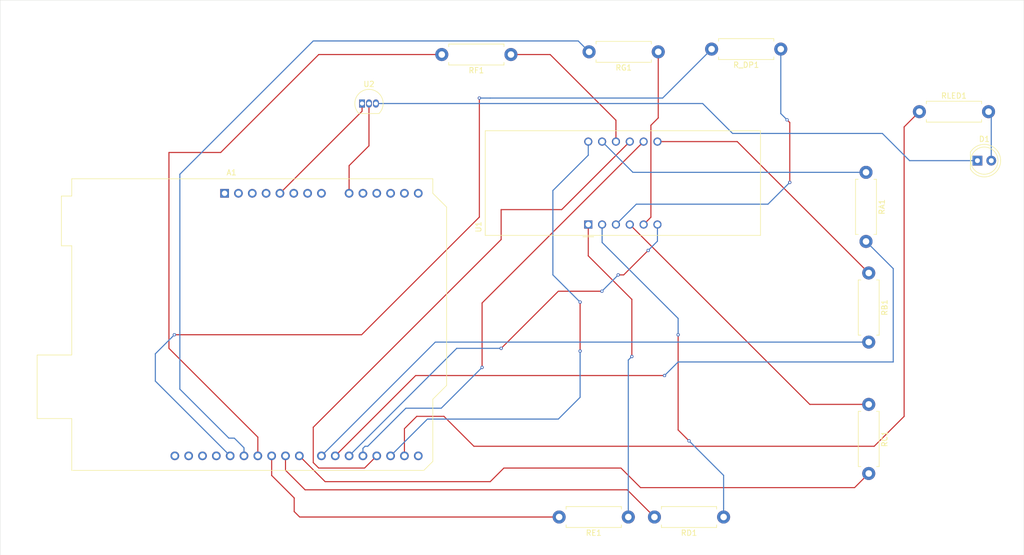
<source format=kicad_pcb>
(kicad_pcb (version 20241229) (generator "pcbnew") (generator_version "9.0")
  (layers (0 "F.Cu" signal) (2 "B.Cu" signal) (13 "F.Paste" user) (15 "B.Paste" user) (5 "F.SilkS" user "F.Silkscreen") (7 "B.SilkS" user "B.Silkscreen") (1 "F.Mask" user) (3 "B.Mask" user) (25 "Edge.Cuts" user))
  (net 0 "")
  (net 2 "Net-(A1-D7)")
  (net 3 "DIG4")
  (net 5 "CONTROL_OUT")
  (net 8 "Net-(A1-D12)")
  (net 9 "V_MESURE")
  (net 12 "Net-(A1-D8)")
  (net 13 "VS")
  (net 17 "DIG2")
  (net 19 "Net-(A1-D13)")
  (net 23 "Net-(A1-D11)")
  (net 24 "Net-(A1-D10)")
  (net 26 "DIG1")
  (net 27 "DIG3")
  (net 28 "Net-(A1-D9)")
  (net 31 "Net-(A1-D6)")
  (net 33 "Net-(D1-A)")
  (net 34 "GND")
  (net 35 "Net-(U1-a)")
  (net 36 "Net-(U1-b)")
  (net 37 "Net-(U1-c)")
  (net 38 "Net-(U1-d)")
  (net 39 "Net-(U1-e)")
  (net 40 "Net-(U1-f)")
  (net 41 "Net-(U1-g)")
  (net 42 "Net-(U1-DPX)")
  (footprint "Resistor_THT:R_Axial_DIN0411_L9.9mm_D3.6mm_P12.70mm_Horizontal" (layer "F.Cu") (at 147.85 129.5 180)
    (property "Reference" "RE1" (at 6.35 -2.92 0) (layer "F.SilkS"))
    (property "Value" "220")
    (fp_line (start 11.42 1.92) (end 11.42 1.44) (stroke (width 0.12)) (layer "F.SilkS"))
    (fp_line (start 11.42 -1.92) (end 11.42 -1.44) (stroke (width 0.12)) (layer "F.SilkS"))
    (fp_line (start 1.28 1.92) (end 11.42 1.92) (stroke (width 0.12)) (layer "F.SilkS"))
    (fp_line (start 1.28 1.44) (end 1.28 1.92) (stroke (width 0.12)) (layer "F.SilkS"))
    (fp_line (start 1.28 -1.44) (end 1.28 -1.92) (stroke (width 0.12)) (layer "F.SilkS"))
    (fp_line (start 1.28 -1.92) (end 11.42 -1.92) (stroke (width 0.12)) (layer "F.SilkS"))
    (pad "1" thru_hole circle (at 0 0 180) (size 2.4 2.4) (drill 1.2) (layers "*.Cu" "*.Mask") (net 39 "Net-(U1-e)"))
    (pad "2" thru_hole circle (at 12.7 0 180) (size 2.4 2.4) (drill 1.2) (layers "*.Cu" "*.Mask") (net 24 "Net-(A1-D10)"))
  )
  (footprint "Resistor_THT:R_Axial_DIN0411_L9.9mm_D3.6mm_P12.70mm_Horizontal" (layer "F.Cu") (at 192 108.8 -90)
    (property "Reference" "RC1" (at 6.35 -2.92 90) (layer "F.SilkS"))
    (property "Value" "220")
    (fp_line (start 1.28 1.92) (end 11.42 1.92) (stroke (width 0.12)) (layer "F.SilkS"))
    (fp_line (start 11.42 1.92) (end 11.42 1.44) (stroke (width 0.12)) (layer "F.SilkS"))
    (fp_line (start 1.28 1.44) (end 1.28 1.92) (stroke (width 0.12)) (layer "F.SilkS"))
    (fp_line (start 1.28 -1.44) (end 1.28 -1.92) (stroke (width 0.12)) (layer "F.SilkS"))
    (fp_line (start 1.28 -1.92) (end 11.42 -1.92) (stroke (width 0.12)) (layer "F.SilkS"))
    (fp_line (start 11.42 -1.92) (end 11.42 -1.44) (stroke (width 0.12)) (layer "F.SilkS"))
    (pad "1" thru_hole circle (at 0 0 270) (size 2.4 2.4) (drill 1.2) (layers "*.Cu" "*.Mask") (net 37 "Net-(U1-c)"))
    (pad "2" thru_hole circle (at 12.7 0 270) (size 2.4 2.4) (drill 1.2) (layers "*.Cu" "*.Mask") (net 12 "Net-(A1-D8)"))
  )
  (footprint "Package_TO_SOT_THT:TO-92_Inline" (layer "F.Cu") (at 98.96 53.5)
    (property "Reference" "U2" (at 1.27 -3.56 0) (layer "F.SilkS"))
    (property "Value" "LM35-LP")
    (fp_line (start -0.53 1.85) (end 3.07 1.85) (stroke (width 0.12)) (layer "F.SilkS"))
    (fp_arc (start -0.568478 1.838478) (mid -1.132087 -0.994977) (end 1.27 -2.6) (stroke (width 0.12)) (layer "F.SilkS"))
    (fp_arc (start 1.27 -2.6) (mid 3.672087 -0.994977) (end 3.108478 1.838478) (stroke (width 0.12)) (layer "F.SilkS"))
    (pad "1" thru_hole rect (at 0 0) (size 1.05 1.5) (drill 0.75) (layers "*.Cu" "*.Mask") (net 13 "VS"))
    (pad "2" thru_hole oval (at 1.27 0) (size 1.05 1.5) (drill 0.75) (layers "*.Cu" "*.Mask") (net 9 "V_MESURE"))
    (pad "3" thru_hole oval (at 2.54 0) (size 1.05 1.5) (drill 0.75) (layers "*.Cu" "*.Mask") (net 34 "GND"))
  )
  (footprint "Resistor_THT:R_Axial_DIN0411_L9.9mm_D3.6mm_P12.70mm_Horizontal" (layer "F.Cu") (at 201.3 55)
    (property "Reference" "RLED1" (at 6.35 -2.92 0) (layer "F.SilkS"))
    (property "Value" "220")
    (fp_line (start 1.28 -1.92) (end 11.42 -1.92) (stroke (width 0.12)) (layer "F.SilkS"))
    (fp_line (start 1.28 -1.44) (end 1.28 -1.92) (stroke (width 0.12)) (layer "F.SilkS"))
    (fp_line (start 1.28 1.44) (end 1.28 1.92) (stroke (width 0.12)) (layer "F.SilkS"))
    (fp_line (start 1.28 1.92) (end 11.42 1.92) (stroke (width 0.12)) (layer "F.SilkS"))
    (fp_line (start 11.42 -1.92) (end 11.42 -1.44) (stroke (width 0.12)) (layer "F.SilkS"))
    (fp_line (start 11.42 1.92) (end 11.42 1.44) (stroke (width 0.12)) (layer "F.SilkS"))
    (pad "1" thru_hole circle (at 0 0) (size 2.4 2.4) (drill 1.2) (layers "*.Cu" "*.Mask") (net 5 "CONTROL_OUT"))
    (pad "2" thru_hole circle (at 12.7 0) (size 2.4 2.4) (drill 1.2) (layers "*.Cu" "*.Mask") (net 33 "Net-(D1-A)"))
  )
  (footprint "LED_THT:LED_D5.0mm" (layer "F.Cu") (at 211.96 64)
    (property "Reference" "D1" (at 1.27 -3.96 0) (layer "F.SilkS"))
    (property "Value" "LED")
    (fp_line (start -1.29 -1.545) (end -1.29 1.545) (stroke (width 0.12)) (layer "F.SilkS"))
    (fp_arc (start -1.29 -1.54483) (mid 2.071779 -2.880495) (end 4.26 0) (stroke (width 0.12)) (layer "F.SilkS"))
    (fp_arc (start 4.26 0) (mid 2.071779 2.880495) (end -1.29 1.54483) (stroke (width 0.12)) (layer "F.SilkS"))
    (fp_circle (center 1.27 0) (end 3.77 0) (stroke (width 0.12)) (fill no) (layer "F.SilkS"))
    (pad "1" thru_hole rect (at 0 0) (size 1.8 1.8) (drill 0.9) (layers "*.Cu" "*.Mask") (net 34 "GND"))
    (pad "2" thru_hole circle (at 2.54 0) (size 1.8 1.8) (drill 0.9) (layers "*.Cu" "*.Mask") (net 33 "Net-(D1-A)"))
  )
  (footprint "Resistor_THT:R_Axial_DIN0411_L9.9mm_D3.6mm_P12.70mm_Horizontal" (layer "F.Cu") (at 126.3 44.5 180)
    (property "Reference" "RF1" (at 6.35 -2.92 0) (layer "F.SilkS"))
    (property "Value" "220")
    (fp_line (start 11.42 1.92) (end 11.42 1.44) (stroke (width 0.12)) (layer "F.SilkS"))
    (fp_line (start 11.42 -1.92) (end 11.42 -1.44) (stroke (width 0.12)) (layer "F.SilkS"))
    (fp_line (start 1.28 1.92) (end 11.42 1.92) (stroke (width 0.12)) (layer "F.SilkS"))
    (fp_line (start 1.28 1.44) (end 1.28 1.92) (stroke (width 0.12)) (layer "F.SilkS"))
    (fp_line (start 1.28 -1.44) (end 1.28 -1.92) (stroke (width 0.12)) (layer "F.SilkS"))
    (fp_line (start 1.28 -1.92) (end 11.42 -1.92) (stroke (width 0.12)) (layer "F.SilkS"))
    (pad "1" thru_hole circle (at 0 0 180) (size 2.4 2.4) (drill 1.2) (layers "*.Cu" "*.Mask") (net 40 "Net-(U1-f)"))
    (pad "2" thru_hole circle (at 12.7 0 180) (size 2.4 2.4) (drill 1.2) (layers "*.Cu" "*.Mask") (net 23 "Net-(A1-D11)"))
  )
  (footprint "Resistor_THT:R_Axial_DIN0411_L9.9mm_D3.6mm_P12.70mm_Horizontal" (layer "F.Cu") (at 153.35 44 180)
    (property "Reference" "RG1" (at 6.35 -2.92 0) (layer "F.SilkS"))
    (property "Value" "220")
    (fp_line (start 11.42 1.92) (end 11.42 1.44) (stroke (width 0.12)) (layer "F.SilkS"))
    (fp_line (start 11.42 -1.92) (end 11.42 -1.44) (stroke (width 0.12)) (layer "F.SilkS"))
    (fp_line (start 1.28 1.92) (end 11.42 1.92) (stroke (width 0.12)) (layer "F.SilkS"))
    (fp_line (start 1.28 1.44) (end 1.28 1.92) (stroke (width 0.12)) (layer "F.SilkS"))
    (fp_line (start 1.28 -1.44) (end 1.28 -1.92) (stroke (width 0.12)) (layer "F.SilkS"))
    (fp_line (start 1.28 -1.92) (end 11.42 -1.92) (stroke (width 0.12)) (layer "F.SilkS"))
    (pad "1" thru_hole circle (at 0 0 180) (size 2.4 2.4) (drill 1.2) (layers "*.Cu" "*.Mask") (net 41 "Net-(U1-g)"))
    (pad "2" thru_hole circle (at 12.7 0 180) (size 2.4 2.4) (drill 1.2) (layers "*.Cu" "*.Mask") (net 8 "Net-(A1-D12)"))
  )
  (footprint "Module:Arduino_UNO_R3" (layer "F.Cu") (at 73.72 70)
    (property "Reference" "A1" (at 1.27 -3.81 180) (layer "F.SilkS"))
    (property "Value" "Arduino_UNO_R3")
    (fp_line (start -34.42 29.72) (end -34.42 41.4) (stroke (width 0.12)) (layer "F.SilkS"))
    (fp_line (start -34.42 41.4) (end -28.07 41.4) (stroke (width 0.12)) (layer "F.SilkS"))
    (fp_line (start -29.97 0.51) (end -29.97 9.65) (stroke (width 0.12)) (layer "F.SilkS"))
    (fp_line (start -29.97 9.65) (end -28.07 9.65) (stroke (width 0.12)) (layer "F.SilkS"))
    (fp_line (start -28.07 -2.67) (end -28.07 0.51) (stroke (width 0.12)) (layer "F.SilkS"))
    (fp_line (start -28.07 0.51) (end -29.97 0.51) (stroke (width 0.12)) (layer "F.SilkS"))
    (fp_line (start -28.07 9.65) (end -28.07 29.72) (stroke (width 0.12)) (layer "F.SilkS"))
    (fp_line (start -28.07 29.72) (end -34.42 29.72) (stroke (width 0.12)) (layer "F.SilkS"))
    (fp_line (start -28.07 41.4) (end -28.07 50.93) (stroke (width 0.12)) (layer "F.SilkS"))
    (fp_line (start -28.07 50.93) (end 36.58 50.93) (stroke (width 0.12)) (layer "F.SilkS"))
    (fp_line (start 36.58 50.93) (end 38.23 49.28) (stroke (width 0.12)) (layer "F.SilkS"))
    (fp_line (start 38.23 -2.67) (end -28.07 -2.67) (stroke (width 0.12)) (layer "F.SilkS"))
    (fp_line (start 38.23 0) (end 38.23 -2.67) (stroke (width 0.12)) (layer "F.SilkS"))
    (fp_line (start 38.23 37.85) (end 40.77 35.31) (stroke (width 0.12)) (layer "F.SilkS"))
    (fp_line (start 38.23 49.28) (end 38.23 37.85) (stroke (width 0.12)) (layer "F.SilkS"))
    (fp_line (start 40.77 2.54) (end 38.23 0) (stroke (width 0.12)) (layer "F.SilkS"))
    (fp_line (start 40.77 35.31) (end 40.77 2.54) (stroke (width 0.12)) (layer "F.SilkS"))
    (pad "1" thru_hole rect (at 0 0 90) (size 1.6 1.6) (drill 1) (layers "*.Cu" "*.Mask"))
    (pad "2" thru_hole oval (at 2.54 0 90) (size 1.6 1.6) (drill 1) (layers "*.Cu" "*.Mask"))
    (pad "3" thru_hole oval (at 5.08 0 90) (size 1.6 1.6) (drill 1) (layers "*.Cu" "*.Mask"))
    (pad "4" thru_hole oval (at 7.62 0 90) (size 1.6 1.6) (drill 1) (layers "*.Cu" "*.Mask"))
    (pad "5" thru_hole oval (at 10.16 0 90) (size 1.6 1.6) (drill 1) (layers "*.Cu" "*.Mask") (net 13 "VS"))
    (pad "6" thru_hole oval (at 12.7 0 90) (size 1.6 1.6) (drill 1) (layers "*.Cu" "*.Mask"))
    (pad "7" thru_hole oval (at 15.24 0 90) (size 1.6 1.6) (drill 1) (layers "*.Cu" "*.Mask"))
    (pad "8" thru_hole oval (at 17.78 0 90) (size 1.6 1.6) (drill 1) (layers "*.Cu" "*.Mask"))
    (pad "9" thru_hole oval (at 22.86 0 90) (size 1.6 1.6) (drill 1) (layers "*.Cu" "*.Mask") (net 9 "V_MESURE"))
    (pad "10" thru_hole oval (at 25.4 0 90) (size 1.6 1.6) (drill 1) (layers "*.Cu" "*.Mask"))
    (pad "11" thru_hole oval (at 27.94 0 90) (size 1.6 1.6) (drill 1) (layers "*.Cu" "*.Mask"))
    (pad "12" thru_hole oval (at 30.48 0 90) (size 1.6 1.6) (drill 1) (layers "*.Cu" "*.Mask"))
    (pad "13" thru_hole oval (at 33.02 0 90) (size 1.6 1.6) (drill 1) (layers "*.Cu" "*.Mask"))
    (pad "14" thru_hole oval (at 35.56 0 90) (size 1.6 1.6) (drill 1) (layers "*.Cu" "*.Mask"))
    (pad "15" thru_hole oval (at 35.56 48.26 90) (size 1.6 1.6) (drill 1) (layers "*.Cu" "*.Mask"))
    (pad "16" thru_hole oval (at 33.02 48.26 90) (size 1.6 1.6) (drill 1) (layers "*.Cu" "*.Mask") (net 5 "CONTROL_OUT"))
    (pad "17" thru_hole oval (at 30.48 48.26 90) (size 1.6 1.6) (drill 1) (layers "*.Cu" "*.Mask") (net 26 "DIG1"))
    (pad "18" thru_hole oval (at 27.94 48.26 90) (size 1.6 1.6) (drill 1) (layers "*.Cu" "*.Mask") (net 17 "DIG2"))
    (pad "19" thru_hole oval (at 25.4 48.26 90) (size 1.6 1.6) (drill 1) (layers "*.Cu" "*.Mask") (net 27 "DIG3"))
    (pad "20" thru_hole oval (at 22.86 48.26 90) (size 1.6 1.6) (drill 1) (layers "*.Cu" "*.Mask") (net 3 "DIG4"))
    (pad "21" thru_hole oval (at 20.32 48.26 90) (size 1.6 1.6) (drill 1) (layers "*.Cu" "*.Mask") (net 31 "Net-(A1-D6)"))
    (pad "22" thru_hole oval (at 17.78 48.26 90) (size 1.6 1.6) (drill 1) (layers "*.Cu" "*.Mask") (net 2 "Net-(A1-D7)"))
    (pad "23" thru_hole oval (at 13.72 48.26 90) (size 1.6 1.6) (drill 1) (layers "*.Cu" "*.Mask") (net 12 "Net-(A1-D8)"))
    (pad "24" thru_hole oval (at 11.18 48.26 90) (size 1.6 1.6) (drill 1) (layers "*.Cu" "*.Mask") (net 28 "Net-(A1-D9)"))
    (pad "25" thru_hole oval (at 8.64 48.26 90) (size 1.6 1.6) (drill 1) (layers "*.Cu" "*.Mask") (net 24 "Net-(A1-D10)"))
    (pad "26" thru_hole oval (at 6.1 48.26 90) (size 1.6 1.6) (drill 1) (layers "*.Cu" "*.Mask") (net 23 "Net-(A1-D11)"))
    (pad "27" thru_hole oval (at 3.56 48.26 90) (size 1.6 1.6) (drill 1) (layers "*.Cu" "*.Mask") (net 8 "Net-(A1-D12)"))
    (pad "28" thru_hole oval (at 1.02 48.26 90) (size 1.6 1.6) (drill 1) (layers "*.Cu" "*.Mask") (net 19 "Net-(A1-D13)"))
    (pad "29" thru_hole oval (at -1.52 48.26 90) (size 1.6 1.6) (drill 1) (layers "*.Cu" "*.Mask"))
    (pad "30" thru_hole oval (at -4.06 48.26 90) (size 1.6 1.6) (drill 1) (layers "*.Cu" "*.Mask"))
    (pad "31" thru_hole oval (at -6.6 48.26 90) (size 1.6 1.6) (drill 1) (layers "*.Cu" "*.Mask"))
    (pad "32" thru_hole oval (at -9.14 48.26 90) (size 1.6 1.6) (drill 1) (layers "*.Cu" "*.Mask"))
  )
  (footprint "Display_7Segment:CA56-12CGKWA" (layer "F.Cu") (at 140.5 75.74 90)
    (property "Reference" "U1" (at -0.44 -20.15 90) (layer "F.SilkS"))
    (property "Value" "CC56-12CGKWA")
    (fp_line (start -2 -18.92) (end 17.24 -18.92) (stroke (width 0.12)) (layer "F.SilkS"))
    (fp_line (start -2 -18.92) (end -2 31.62) (stroke (width 0.12)) (layer "F.SilkS"))
    (fp_line (start -2.25 -1) (end -2.25 1) (stroke (width 0.12)) (layer "F.SilkS"))
    (fp_line (start 17.24 31.62) (end 17.24 -18.92) (stroke (width 0.12)) (layer "F.SilkS"))
    (fp_line (start -2 31.62) (end 17.24 31.62) (stroke (width 0.12)) (layer "F.SilkS"))
    (pad "1" thru_hole rect (at 0 0 90) (size 1.5 1.5) (drill 1) (layers "*.Cu" "*.Mask") (net 39 "Net-(U1-e)"))
    (pad "2" thru_hole circle (at 0 2.54 90) (size 1.5 1.5) (drill 1) (layers "*.Cu" "*.Mask") (net 38 "Net-(U1-d)"))
    (pad "3" thru_hole circle (at 0 5.08 90) (size 1.5 1.5) (drill 1) (layers "*.Cu" "*.Mask") (net 42 "Net-(U1-DPX)"))
    (pad "4" thru_hole circle (at 0 7.62 90) (size 1.5 1.5) (drill 1) (layers "*.Cu" "*.Mask") (net 37 "Net-(U1-c)"))
    (pad "5" thru_hole circle (at 0 10.16 90) (size 1.5 1.5) (drill 1) (layers "*.Cu" "*.Mask") (net 41 "Net-(U1-g)"))
    (pad "6" thru_hole circle (at 0 12.7 90) (size 1.5 1.5) (drill 1) (layers "*.Cu" "*.Mask") (net 3 "DIG4"))
    (pad "7" thru_hole circle (at 15.24 12.7 90) (size 1.5 1.5) (drill 1) (layers "*.Cu" "*.Mask") (net 36 "Net-(U1-b)"))
    (pad "8" thru_hole circle (at 15.24 10.16 90) (size 1.5 1.5) (drill 1) (layers "*.Cu" "*.Mask") (net 27 "DIG3"))
    (pad "9" thru_hole circle (at 15.24 7.62 90) (size 1.5 1.5) (drill 1) (layers "*.Cu" "*.Mask") (net 17 "DIG2"))
    (pad "10" thru_hole circle (at 15.24 5.08 90) (size 1.5 1.5) (drill 1) (layers "*.Cu" "*.Mask") (net 40 "Net-(U1-f)"))
    (pad "11" thru_hole circle (at 15.24 2.54 90) (size 1.5 1.5) (drill 1) (layers "*.Cu" "*.Mask") (net 35 "Net-(U1-a)"))
    (pad "12" thru_hole circle (at 15.24 0 90) (size 1.5 1.5) (drill 1) (layers "*.Cu" "*.Mask") (net 26 "DIG1"))
  )
  (footprint "Resistor_THT:R_Axial_DIN0411_L9.9mm_D3.6mm_P12.70mm_Horizontal" (layer "F.Cu") (at 165.35 129.5 180)
    (property "Reference" "RD1" (at 6.35 -2.92 0) (layer "F.SilkS"))
    (property "Value" "220")
    (fp_line (start 11.42 1.92) (end 11.42 1.44) (stroke (width 0.12)) (layer "F.SilkS"))
    (fp_line (start 11.42 -1.92) (end 11.42 -1.44) (stroke (width 0.12)) (layer "F.SilkS"))
    (fp_line (start 1.28 1.92) (end 11.42 1.92) (stroke (width 0.12)) (layer "F.SilkS"))
    (fp_line (start 1.28 1.44) (end 1.28 1.92) (stroke (width 0.12)) (layer "F.SilkS"))
    (fp_line (start 1.28 -1.44) (end 1.28 -1.92) (stroke (width 0.12)) (layer "F.SilkS"))
    (fp_line (start 1.28 -1.92) (end 11.42 -1.92) (stroke (width 0.12)) (layer "F.SilkS"))
    (pad "1" thru_hole circle (at 0 0 180) (size 2.4 2.4) (drill 1.2) (layers "*.Cu" "*.Mask") (net 38 "Net-(U1-d)"))
    (pad "2" thru_hole circle (at 12.7 0 180) (size 2.4 2.4) (drill 1.2) (layers "*.Cu" "*.Mask") (net 28 "Net-(A1-D9)"))
  )
  (footprint "Resistor_THT:R_Axial_DIN0411_L9.9mm_D3.6mm_P12.70mm_Horizontal" (layer "F.Cu") (at 192 84.65 -90)
    (property "Reference" "RB1" (at 6.35 -2.92 90) (layer "F.SilkS"))
    (property "Value" "220")
    (fp_line (start 1.28 1.92) (end 11.42 1.92) (stroke (width 0.12)) (layer "F.SilkS"))
    (fp_line (start 11.42 1.92) (end 11.42 1.44) (stroke (width 0.12)) (layer "F.SilkS"))
    (fp_line (start 1.28 1.44) (end 1.28 1.92) (stroke (width 0.12)) (layer "F.SilkS"))
    (fp_line (start 1.28 -1.44) (end 1.28 -1.92) (stroke (width 0.12)) (layer "F.SilkS"))
    (fp_line (start 1.28 -1.92) (end 11.42 -1.92) (stroke (width 0.12)) (layer "F.SilkS"))
    (fp_line (start 11.42 -1.92) (end 11.42 -1.44) (stroke (width 0.12)) (layer "F.SilkS"))
    (pad "1" thru_hole circle (at 0 0 270) (size 2.4 2.4) (drill 1.2) (layers "*.Cu" "*.Mask") (net 36 "Net-(U1-b)"))
    (pad "2" thru_hole circle (at 12.7 0 270) (size 2.4 2.4) (drill 1.2) (layers "*.Cu" "*.Mask") (net 2 "Net-(A1-D7)"))
  )
  (footprint "Resistor_THT:R_Axial_DIN0411_L9.9mm_D3.6mm_P12.70mm_Horizontal" (layer "F.Cu") (at 191.5 66.15 -90)
    (property "Reference" "RA1" (at 6.35 -2.92 90) (layer "F.SilkS"))
    (property "Value" "220")
    (fp_line (start 1.28 1.92) (end 11.42 1.92) (stroke (width 0.12)) (layer "F.SilkS"))
    (fp_line (start 11.42 1.92) (end 11.42 1.44) (stroke (width 0.12)) (layer "F.SilkS"))
    (fp_line (start 1.28 1.44) (end 1.28 1.92) (stroke (width 0.12)) (layer "F.SilkS"))
    (fp_line (start 1.28 -1.44) (end 1.28 -1.92) (stroke (width 0.12)) (layer "F.SilkS"))
    (fp_line (start 1.28 -1.92) (end 11.42 -1.92) (stroke (width 0.12)) (layer "F.SilkS"))
    (fp_line (start 11.42 -1.92) (end 11.42 -1.44) (stroke (width 0.12)) (layer "F.SilkS"))
    (pad "1" thru_hole circle (at 0 0 270) (size 2.4 2.4) (drill 1.2) (layers "*.Cu" "*.Mask") (net 35 "Net-(U1-a)"))
    (pad "2" thru_hole circle (at 12.7 0 270) (size 2.4 2.4) (drill 1.2) (layers "*.Cu" "*.Mask") (net 31 "Net-(A1-D6)"))
  )
  (footprint "Resistor_THT:R_Axial_DIN0411_L9.9mm_D3.6mm_P12.70mm_Horizontal" (layer "F.Cu") (at 175.85 43.5 180)
    (property "Reference" "R_DP1" (at 6.35 -2.92 0) (layer "F.SilkS"))
    (property "Value" "220")
    (fp_line (start 11.42 1.92) (end 11.42 1.44) (stroke (width 0.12)) (layer "F.SilkS"))
    (fp_line (start 11.42 -1.92) (end 11.42 -1.44) (stroke (width 0.12)) (layer "F.SilkS"))
    (fp_line (start 1.28 1.92) (end 11.42 1.92) (stroke (width 0.12)) (layer "F.SilkS"))
    (fp_line (start 1.28 1.44) (end 1.28 1.92) (stroke (width 0.12)) (layer "F.SilkS"))
    (fp_line (start 1.28 -1.44) (end 1.28 -1.92) (stroke (width 0.12)) (layer "F.SilkS"))
    (fp_line (start 1.28 -1.92) (end 11.42 -1.92) (stroke (width 0.12)) (layer "F.SilkS"))
    (pad "1" thru_hole circle (at 0 0 180) (size 2.4 2.4) (drill 1.2) (layers "*.Cu" "*.Mask") (net 42 "Net-(U1-DPX)"))
    (pad "2" thru_hole circle (at 12.7 0 180) (size 2.4 2.4) (drill 1.2) (layers "*.Cu" "*.Mask") (net 19 "Net-(A1-D13)"))
  )
  (gr_line (start 139 107.5) (end 139 99) (stroke (width 0.2)) (layer "B.Cu") (net 26))
  (gr_rect (start 32.5 34.5) (end 220.5 136.5) (stroke (width 0.05)) (fill no) (layer "Edge.Cuts"))
  (segment (start 112.41 97.35) (end 91.5 118.26) (width 0.2) (layer "B.Cu") (net 2))
  (segment (start 192 97.35) (end 112.41 97.35) (width 0.2) (layer "B.Cu") (net 2))
  (segment (start 135 88) (end 143 88) (width 0.2) (layer "F.Cu") (net 3))
  (segment (start 147 85) (end 151.5 80.5) (width 0.2) (layer "F.Cu") (net 3))
  (segment (start 146 85) (end 147 85) (width 0.2) (layer "F.Cu") (net 3))
  (segment (start 124.5 98.5) (end 135 88) (width 0.2) (layer "F.Cu") (net 3))
  (via (at 146 85) (size 0.6) (drill 0.3) (layers "F.Cu" "B.Cu") (net 3))
  (via (at 143 88) (size 0.6) (drill 0.3) (layers "F.Cu" "B.Cu") (net 3))
  (via (at 124.5 98.5) (size 0.6) (drill 0.3) (layers "F.Cu" "B.Cu") (net 3))
  (via (at 151.5 80.5) (size 0.6) (drill 0.3) (layers "F.Cu" "B.Cu") (net 3))
  (segment (start 153.2 78.8) (end 153.2 75.74) (width 0.2) (layer "B.Cu") (net 3))
  (segment (start 151.5 80.5) (end 153.2 78.8) (width 0.2) (layer "B.Cu") (net 3))
  (segment (start 124.5 98.5) (end 116.34 98.5) (width 0.2) (layer "B.Cu") (net 3))
  (segment (start 96.58 118.26) (end 116.34 98.5) (width 0.2) (layer "B.Cu") (net 3))
  (segment (start 143 88) (end 146 85) (width 0.2) (layer "B.Cu") (net 3))
  (segment (start 106.74 113.26) (end 106.74 118.26) (width 0.2) (layer "F.Cu") (net 5))
  (segment (start 193 116.5) (end 119.5 116.5) (width 0.2) (layer "F.Cu") (net 5))
  (segment (start 198.5 57.8) (end 198.5 111) (width 0.2) (layer "F.Cu") (net 5))
  (segment (start 119.5 116.5) (end 114 111) (width 0.2) (layer "F.Cu") (net 5))
  (segment (start 198.5 111) (end 193 116.5) (width 0.2) (layer "F.Cu") (net 5))
  (segment (start 201.3 55) (end 198.5 57.8) (width 0.2) (layer "F.Cu") (net 5))
  (segment (start 109 111) (end 106.74 113.26) (width 0.2) (layer "F.Cu") (net 5))
  (segment (start 114 111) (end 109 111) (width 0.2) (layer "F.Cu") (net 5))
  (segment (start 138.65 42) (end 90 42) (width 0.2) (layer "B.Cu") (net 8))
  (segment (start 65.5 66.5) (end 65.5 106) (width 0.2) (layer "B.Cu") (net 8))
  (segment (start 74.5 115) (end 75.5 115) (width 0.2) (layer "B.Cu") (net 8))
  (segment (start 65.5 106) (end 74.5 115) (width 0.2) (layer "B.Cu") (net 8))
  (segment (start 75.5 115) (end 77.28 116.78) (width 0.2) (layer "B.Cu") (net 8))
  (segment (start 140.65 44) (end 138.65 42) (width 0.2) (layer "B.Cu") (net 8))
  (segment (start 77.28 116.78) (end 77.28 118.26) (width 0.2) (layer "B.Cu") (net 8))
  (segment (start 90 42) (end 65.5 66.5) (width 0.2) (layer "B.Cu") (net 8))
  (segment (start 100.23 61.27) (end 96.58 64.92) (width 0.2) (layer "F.Cu") (net 9))
  (segment (start 96.58 64.92) (end 96.58 70) (width 0.2) (layer "F.Cu") (net 9))
  (segment (start 100.23 53.5) (end 100.23 61.27) (width 0.2) (layer "F.Cu") (net 9))
  (segment (start 125 120.5) (end 122.5 123) (width 0.2) (layer "F.Cu") (net 12))
  (segment (start 150.099 124.099) (end 146.5 120.5) (width 0.2) (layer "F.Cu") (net 12))
  (segment (start 122.5 123) (end 92.18 123) (width 0.2) (layer "F.Cu") (net 12))
  (segment (start 189.401 124.099) (end 150.099 124.099) (width 0.2) (layer "F.Cu") (net 12))
  (segment (start 92.18 123) (end 87.44 118.26) (width 0.2) (layer "F.Cu") (net 12))
  (segment (start 146.5 120.5) (end 125 120.5) (width 0.2) (layer "F.Cu") (net 12))
  (segment (start 192 121.5) (end 189.401 124.099) (width 0.2) (layer "F.Cu") (net 12))
  (segment (start 98.96 54.92) (end 83.88 70) (width 0.2) (layer "F.Cu") (net 13))
  (segment (start 98.96 53.5) (end 98.96 54.92) (width 0.2) (layer "F.Cu") (net 13))
  (segment (start 124.5 73) (end 124.5 78.5) (width 0.2) (layer "F.Cu") (net 17))
  (segment (start 90 119.5) (end 91 120.5) (width 0.2) (layer "F.Cu") (net 17))
  (segment (start 124.5 78.5) (end 90 113) (width 0.2) (layer "F.Cu") (net 17))
  (segment (start 90 113) (end 90 119.5) (width 0.2) (layer "F.Cu") (net 17))
  (segment (start 91 120.5) (end 99.42 120.5) (width 0.2) (layer "F.Cu") (net 17))
  (segment (start 99.42 120.5) (end 101.66 118.26) (width 0.2) (layer "F.Cu") (net 17))
  (segment (start 135.62 73) (end 124.5 73) (width 0.2) (layer "F.Cu") (net 17))
  (segment (start 148.12 60.5) (end 135.62 73) (width 0.2) (layer "F.Cu") (net 17))
  (segment (start 120.5 52.5) (end 120.5 74.3749) (width 0.2) (layer "F.Cu") (net 19))
  (segment (start 120.5 74.3749) (end 98.8749 96) (width 0.2) (layer "F.Cu") (net 19))
  (segment (start 98.8749 96) (end 64.5 96) (width 0.2) (layer "F.Cu") (net 19))
  (via (at 120.5 52.5) (size 0.6) (drill 0.3) (layers "F.Cu" "B.Cu") (net 19))
  (via (at 64.5 96) (size 0.6) (drill 0.3) (layers "F.Cu" "B.Cu") (net 19))
  (segment (start 61 104.52) (end 74.74 118.26) (width 0.2) (layer "B.Cu") (net 19))
  (segment (start 163.15 43.5) (end 154.15 52.5) (width 0.2) (layer "B.Cu") (net 19))
  (segment (start 61 99.5) (end 61 104.52) (width 0.2) (layer "B.Cu") (net 19))
  (segment (start 122.5 52.5) (end 120.5 52.5) (width 0.2) (layer "B.Cu") (net 19))
  (segment (start 64.5 96) (end 61 99.5) (width 0.2) (layer "B.Cu") (net 19))
  (segment (start 154.15 52.5) (end 122.5 52.5) (width 0.2) (layer "B.Cu") (net 19))
  (segment (start 73 62.5) (end 63.5 62.5) (width 0.2) (layer "F.Cu") (net 23))
  (segment (start 91 44.5) (end 73 62.5) (width 0.2) (layer "F.Cu") (net 23))
  (segment (start 63.5 62.5) (end 63.5 98.5) (width 0.2) (layer "F.Cu") (net 23))
  (segment (start 113.6 44.5) (end 91 44.5) (width 0.2) (layer "F.Cu") (net 23))
  (segment (start 63.5 98.5) (end 79.82 114.82) (width 0.2) (layer "F.Cu") (net 23))
  (segment (start 79.82 114.82) (end 79.82 118.26) (width 0.2) (layer "F.Cu") (net 23))
  (segment (start 135.15 129.5) (end 87.5 129.5) (width 0.2) (layer "F.Cu") (net 24))
  (segment (start 86.5 128.5) (end 86.5 126) (width 0.2) (layer "F.Cu") (net 24))
  (segment (start 82.36 121.86) (end 82.36 118.26) (width 0.2) (layer "F.Cu") (net 24))
  (segment (start 87.5 129.5) (end 86.5 128.5) (width 0.2) (layer "F.Cu") (net 24))
  (segment (start 86.5 126) (end 82.36 121.86) (width 0.2) (layer "F.Cu") (net 24))
  (segment (start 139 90) (end 139 99) (width 0.2) (layer "F.Cu") (net 26))
  (via (at 139 99) (size 0.6) (drill 0.3) (layers "F.Cu" "B.Cu") (net 26))
  (via (at 139 90) (size 0.6) (drill 0.3) (layers "F.Cu" "B.Cu") (net 26))
  (segment (start 139 90) (end 134 85) (width 0.2) (layer "B.Cu") (net 26))
  (segment (start 104.2 118.26) (end 110.96 111.5) (width 0.2) (layer "B.Cu") (net 26))
  (segment (start 135 111.5) (end 139 107.5) (width 0.2) (layer "B.Cu") (net 26))
  (segment (start 134 69.5) (end 140.5 63) (width 0.2) (layer "B.Cu") (net 26))
  (segment (start 110.96 111.5) (end 135 111.5) (width 0.2) (layer "B.Cu") (net 26))
  (segment (start 140.5 63) (end 140.5 60.5) (width 0.2) (layer "B.Cu") (net 26))
  (segment (start 134 85) (end 134 69.5) (width 0.2) (layer "B.Cu") (net 26))
  (segment (start 121 90.16) (end 121 102) (width 0.2) (layer "F.Cu") (net 27))
  (segment (start 150.66 60.5) (end 121 90.16) (width 0.2) (layer "F.Cu") (net 27))
  (via (at 121 102) (size 0.6) (drill 0.3) (layers "F.Cu" "B.Cu") (net 27))
  (segment (start 113.5 109.5) (end 107 109.5) (width 0.2) (layer "B.Cu") (net 27))
  (segment (start 121 102) (end 113.5 109.5) (width 0.2) (layer "B.Cu") (net 27))
  (segment (start 107 109.5) (end 100 116.5) (width 0.2) (layer "B.Cu") (net 27))
  (segment (start 100 116.5) (end 99.5 116.5) (width 0.2) (layer "B.Cu") (net 27))
  (segment (start 99.5 116.5) (end 99.12 116.88) (width 0.2) (layer "B.Cu") (net 27))
  (segment (start 99.12 116.88) (end 99.12 118.26) (width 0.2) (layer "B.Cu") (net 27))
  (segment (start 84.9 118.26) (end 84.9 120.9) (width 0.2) (layer "F.Cu") (net 28))
  (segment (start 147.65 124.5) (end 152.65 129.5) (width 0.2) (layer "F.Cu") (net 28))
  (segment (start 88.5 124.5) (end 147.65 124.5) (width 0.2) (layer "F.Cu") (net 28))
  (segment (start 84.9 120.9) (end 88.5 124.5) (width 0.2) (layer "F.Cu") (net 28))
  (segment (start 108.8 103.5) (end 154.5 103.5) (width 0.2) (layer "F.Cu") (net 31))
  (segment (start 94.04 118.26) (end 108.8 103.5) (width 0.2) (layer "F.Cu") (net 31))
  (via (at 154.5 103.5) (size 0.6) (drill 0.3) (layers "F.Cu" "B.Cu") (net 31))
  (segment (start 196.5 101) (end 196.5 83.85) (width 0.2) (layer "B.Cu") (net 31))
  (segment (start 157 101) (end 196.5 101) (width 0.2) (layer "B.Cu") (net 31))
  (segment (start 154.5 103.5) (end 157 101) (width 0.2) (layer "B.Cu") (net 31))
  (segment (start 196.5 83.85) (end 191.5 78.85) (width 0.2) (layer "B.Cu") (net 31))
  (segment (start 214.5 56) (end 214.5 64) (width 0.2) (layer "B.Cu") (net 33))
  (segment (start 214 55.5) (end 214.5 56) (width 0.2) (layer "B.Cu") (net 33))
  (segment (start 214 55) (end 214 55.5) (width 0.2) (layer "B.Cu") (net 33))
  (segment (start 211.96 64) (end 199.5 64) (width 0.2) (layer "B.Cu") (net 34))
  (segment (start 199.5 64) (end 194.5 59) (width 0.2) (layer "B.Cu") (net 34))
  (segment (start 194.5 59) (end 167 59) (width 0.2) (layer "B.Cu") (net 34))
  (segment (start 167 59) (end 161.5 53.5) (width 0.2) (layer "B.Cu") (net 34))
  (segment (start 161.5 53.5) (end 101.5 53.5) (width 0.2) (layer "B.Cu") (net 34))
  (segment (start 148.69 66.15) (end 143.04 60.5) (width 0.2) (layer "B.Cu") (net 35))
  (segment (start 191.5 66.15) (end 148.69 66.15) (width 0.2) (layer "B.Cu") (net 35))
  (segment (start 167.85 60.5) (end 192 84.65) (width 0.2) (layer "F.Cu") (net 36))
  (segment (start 153.2 60.5) (end 167.85 60.5) (width 0.2) (layer "F.Cu") (net 36))
  (segment (start 148.12 75.74) (end 181.18 108.8) (width 0.2) (layer "F.Cu") (net 37))
  (segment (start 181.18 108.8) (end 192 108.8) (width 0.2) (layer "F.Cu") (net 37))
  (segment (start 158.5 115) (end 159 115.5) (width 0.2) (layer "F.Cu") (net 38))
  (segment (start 157 96) (end 157 113.5) (width 0.2) (layer "F.Cu") (net 38))
  (segment (start 157 113.5) (end 158.5 115) (width 0.2) (layer "F.Cu") (net 38))
  (via (at 157 96) (size 0.6) (drill 0.3) (layers "F.Cu" "B.Cu") (net 38))
  (via (at 159 115.5) (size 0.6) (drill 0.3) (layers "F.Cu" "B.Cu") (net 38))
  (segment (start 157 96) (end 157 96.25) (width 0.2) (layer "B.Cu") (net 38))
  (segment (start 159 115.5) (end 165.35 121.85) (width 0.2) (layer "B.Cu") (net 38))
  (segment (start 143.04 75.74) (end 143.04 79.04) (width 0.2) (layer "B.Cu") (net 38))
  (segment (start 165.35 121.85) (end 165.35 129.5) (width 0.2) (layer "B.Cu") (net 38))
  (segment (start 155 91) (end 157 93) (width 0.2) (layer "B.Cu") (net 38))
  (segment (start 157 93) (end 157 96) (width 0.2) (layer "B.Cu") (net 38))
  (segment (start 143.04 79.04) (end 155 91) (width 0.2) (layer "B.Cu") (net 38))
  (segment (start 140.5 81.5) (end 140.5 75.74) (width 0.2) (layer "F.Cu") (net 39))
  (segment (start 148.5 89.5) (end 140.5 81.5) (width 0.2) (layer "F.Cu") (net 39))
  (segment (start 148.5 100) (end 148.5 89.5) (width 0.2) (layer "F.Cu") (net 39))
  (via (at 148.5 100) (size 0.6) (drill 0.3) (layers "F.Cu" "B.Cu") (net 39))
  (segment (start 147.85 129.5) (end 147.85 100.65) (width 0.2) (layer "B.Cu") (net 39))
  (segment (start 147.85 100.65) (end 148.5 100) (width 0.2) (layer "B.Cu") (net 39))
  (segment (start 145.58 60.5) (end 145.58 56.58) (width 0.2) (layer "F.Cu") (net 40))
  (segment (start 145.58 56.58) (end 133.5 44.5) (width 0.2) (layer "F.Cu") (net 40))
  (segment (start 133.5 44.5) (end 126.3 44.5) (width 0.2) (layer "F.Cu") (net 40))
  (segment (start 153.35 44) (end 153.35 56.15) (width 0.2) (layer "F.Cu") (net 41))
  (segment (start 152 74.4) (end 150.66 75.74) (width 0.2) (layer "F.Cu") (net 41))
  (segment (start 152 57.5) (end 152 74.4) (width 0.2) (layer "F.Cu") (net 41))
  (segment (start 153.35 56.15) (end 152 57.5) (width 0.2) (layer "F.Cu") (net 41))
  (segment (start 177 56.5) (end 177.5 57) (width 0.2) (layer "F.Cu") (net 42))
  (segment (start 177.5 57) (end 177.5 68) (width 0.2) (layer "F.Cu") (net 42))
  (via (at 177 56.5) (size 0.6) (drill 0.3) (layers "F.Cu" "B.Cu") (net 42))
  (via (at 177.5 68) (size 0.6) (drill 0.3) (layers "F.Cu" "B.Cu") (net 42))
  (segment (start 173.5 72) (end 149.32 72) (width 0.2) (layer "B.Cu") (net 42))
  (segment (start 175.85 55.35) (end 177 56.5) (width 0.2) (layer "B.Cu") (net 42))
  (segment (start 149.32 72) (end 145.58 75.74) (width 0.2) (layer "B.Cu") (net 42))
  (segment (start 175.85 43.5) (end 175.85 55.35) (width 0.2) (layer "B.Cu") (net 42))
  (segment (start 177.5 68) (end 173.5 72) (width 0.2) (layer "B.Cu") (net 42))
)
</source>
